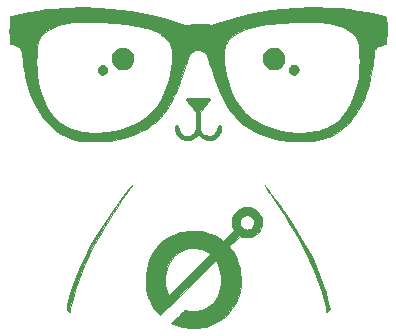
<source format=gbr>
%TF.GenerationSoftware,KiCad,Pcbnew,(5.1.7)-1*%
%TF.CreationDate,2020-09-28T14:59:46+02:00*%
%TF.ProjectId,oscar_pcb_svg2shenzen,6f736361-725f-4706-9362-5f7376673273,rev?*%
%TF.SameCoordinates,Original*%
%TF.FileFunction,Legend,Top*%
%TF.FilePolarity,Positive*%
%FSLAX46Y46*%
G04 Gerber Fmt 4.6, Leading zero omitted, Abs format (unit mm)*
G04 Created by KiCad (PCBNEW (5.1.7)-1) date 2020-09-28 14:59:46*
%MOMM*%
%LPD*%
G01*
G04 APERTURE LIST*
%ADD10C,0.010000*%
%ADD11C,0.150000*%
G04 APERTURE END LIST*
D10*
%TO.C,G\u002A\u002A\u002A*%
G36*
X50868374Y-51591628D02*
G01*
X51094317Y-51656868D01*
X51198116Y-51701541D01*
X51290947Y-51750859D01*
X51373721Y-51807647D01*
X51459409Y-51881653D01*
X51530250Y-51951129D01*
X51678104Y-52122574D01*
X51786372Y-52299319D01*
X51857781Y-52487976D01*
X51895058Y-52695156D01*
X51902305Y-52853166D01*
X51885258Y-53083222D01*
X51832869Y-53292275D01*
X51743262Y-53484824D01*
X51614562Y-53665369D01*
X51522106Y-53765518D01*
X51343189Y-53915956D01*
X51147557Y-54028305D01*
X50938330Y-54101876D01*
X50718626Y-54135980D01*
X50491565Y-54129926D01*
X50260265Y-54083028D01*
X50188512Y-54060199D01*
X50006250Y-53997190D01*
X49109176Y-54892872D01*
X49188864Y-54989561D01*
X49409079Y-55288691D01*
X49602545Y-55617990D01*
X49767497Y-55973453D01*
X49902173Y-56351077D01*
X50004807Y-56746857D01*
X50037870Y-56917166D01*
X50060021Y-57073417D01*
X50077681Y-57257699D01*
X50090458Y-57458644D01*
X50097959Y-57664885D01*
X50099792Y-57865054D01*
X50095564Y-58047784D01*
X50084884Y-58201709D01*
X50082848Y-58220342D01*
X50014611Y-58643683D01*
X49910027Y-59049932D01*
X49770011Y-59436949D01*
X49595479Y-59802594D01*
X49387345Y-60144727D01*
X49146525Y-60461210D01*
X49102842Y-60511806D01*
X48834975Y-60784727D01*
X48538076Y-61028290D01*
X48214969Y-61241014D01*
X47868479Y-61421422D01*
X47501429Y-61568034D01*
X47116644Y-61679372D01*
X46736000Y-61751298D01*
X46574072Y-61769703D01*
X46387456Y-61783494D01*
X46189580Y-61792252D01*
X45993868Y-61795556D01*
X45813748Y-61792985D01*
X45669017Y-61784694D01*
X45416337Y-61753044D01*
X45149389Y-61702854D01*
X44881540Y-61637468D01*
X44626155Y-61560230D01*
X44396597Y-61474484D01*
X44351394Y-61455034D01*
X44230827Y-61401714D01*
X44798348Y-60833902D01*
X44943572Y-60688697D01*
X45062026Y-60570745D01*
X45156843Y-60477336D01*
X45231156Y-60405757D01*
X45288098Y-60353298D01*
X45330803Y-60317246D01*
X45362402Y-60294890D01*
X45386029Y-60283518D01*
X45404817Y-60280419D01*
X45421899Y-60282881D01*
X45431809Y-60285655D01*
X45516998Y-60305814D01*
X45630575Y-60325706D01*
X45758624Y-60343522D01*
X45887229Y-60357454D01*
X46002471Y-60365692D01*
X46058666Y-60367148D01*
X46387802Y-60347155D01*
X46704441Y-60287074D01*
X47007434Y-60187167D01*
X47169916Y-60114318D01*
X47426435Y-59964905D01*
X47655862Y-59783805D01*
X47857395Y-59572516D01*
X48030234Y-59332531D01*
X48173576Y-59065346D01*
X48286619Y-58772455D01*
X48368563Y-58455355D01*
X48418604Y-58115540D01*
X48435943Y-57754504D01*
X48435945Y-57753250D01*
X48420896Y-57381968D01*
X48374115Y-57036943D01*
X48295038Y-56715784D01*
X48183100Y-56416101D01*
X48065242Y-56182680D01*
X47978491Y-56030278D01*
X45617968Y-58379586D01*
X43257445Y-60728893D01*
X43163883Y-60638071D01*
X42973830Y-60431342D01*
X42791762Y-60189997D01*
X42622212Y-59921617D01*
X42469713Y-59633778D01*
X42338798Y-59334059D01*
X42269633Y-59143116D01*
X42182446Y-58848082D01*
X42119322Y-58554986D01*
X42078550Y-58252544D01*
X42058417Y-57929471D01*
X42056603Y-57805852D01*
X43703456Y-57805852D01*
X43723624Y-58131474D01*
X43770912Y-58445745D01*
X43844123Y-58739639D01*
X43900593Y-58903996D01*
X43968746Y-59081075D01*
X45744683Y-57305912D01*
X47520620Y-55530750D01*
X47440518Y-55461887D01*
X47365134Y-55407062D01*
X47260550Y-55344494D01*
X47137762Y-55279727D01*
X47007762Y-55218305D01*
X46881546Y-55165771D01*
X46788916Y-55133317D01*
X46545660Y-55074928D01*
X46281131Y-55041853D01*
X46008194Y-55034372D01*
X45739716Y-55052763D01*
X45488562Y-55097307D01*
X45460129Y-55104441D01*
X45172977Y-55200011D01*
X44907251Y-55331017D01*
X44664303Y-55495628D01*
X44445482Y-55692010D01*
X44252139Y-55918329D01*
X44085625Y-56172755D01*
X43947289Y-56453453D01*
X43838481Y-56758590D01*
X43760552Y-57086334D01*
X43714853Y-57434852D01*
X43711604Y-57477904D01*
X43703456Y-57805852D01*
X42056603Y-57805852D01*
X42055520Y-57732083D01*
X42073353Y-57285717D01*
X42126913Y-56861077D01*
X42216710Y-56456395D01*
X42343255Y-56069903D01*
X42507059Y-55699833D01*
X42708633Y-55344415D01*
X42774729Y-55243086D01*
X43011419Y-54927846D01*
X43276445Y-54643593D01*
X43568474Y-54391119D01*
X43886169Y-54171215D01*
X44228198Y-53984674D01*
X44593226Y-53832288D01*
X44979918Y-53714847D01*
X45386940Y-53633144D01*
X45518623Y-53615001D01*
X45654450Y-53602896D01*
X45819972Y-53595369D01*
X46003550Y-53592314D01*
X46193547Y-53593629D01*
X46378325Y-53599211D01*
X46546245Y-53608955D01*
X46685670Y-53622759D01*
X46706068Y-53625554D01*
X47087912Y-53697814D01*
X47456654Y-53801566D01*
X47806759Y-53934683D01*
X48132688Y-54095040D01*
X48428905Y-54280510D01*
X48448823Y-54294694D01*
X48627064Y-54422727D01*
X49516063Y-53533728D01*
X49460170Y-53409183D01*
X49382868Y-53187356D01*
X49345071Y-52958524D01*
X49345722Y-52854276D01*
X50016833Y-52854276D01*
X50022910Y-52941814D01*
X50038369Y-53029078D01*
X50048998Y-53066010D01*
X50117613Y-53200510D01*
X50216307Y-53310965D01*
X50338318Y-53394176D01*
X50476880Y-53446946D01*
X50625231Y-53466080D01*
X50776608Y-53448378D01*
X50826805Y-53433660D01*
X50936053Y-53378608D01*
X51042121Y-53293702D01*
X51132322Y-53190338D01*
X51175556Y-53120360D01*
X51207267Y-53049933D01*
X51224493Y-52982104D01*
X51231084Y-52898512D01*
X51231609Y-52853166D01*
X51228404Y-52757154D01*
X51216222Y-52684800D01*
X51191209Y-52617740D01*
X51175556Y-52585972D01*
X51085329Y-52452763D01*
X50971425Y-52350032D01*
X50839896Y-52279870D01*
X50696797Y-52244365D01*
X50548180Y-52245606D01*
X50400099Y-52285682D01*
X50359291Y-52304279D01*
X50220509Y-52394246D01*
X50117082Y-52507307D01*
X50049648Y-52642434D01*
X50018848Y-52798601D01*
X50016833Y-52854276D01*
X49345722Y-52854276D01*
X49346510Y-52728260D01*
X49386914Y-52502137D01*
X49466014Y-52285730D01*
X49519422Y-52183885D01*
X49584824Y-52090891D01*
X49675071Y-51988049D01*
X49778451Y-51886855D01*
X49883251Y-51798806D01*
X49974500Y-51737217D01*
X50188515Y-51640070D01*
X50411489Y-51583345D01*
X50639437Y-51567159D01*
X50868374Y-51591628D01*
G37*
X50868374Y-51591628D02*
X51094317Y-51656868D01*
X51198116Y-51701541D01*
X51290947Y-51750859D01*
X51373721Y-51807647D01*
X51459409Y-51881653D01*
X51530250Y-51951129D01*
X51678104Y-52122574D01*
X51786372Y-52299319D01*
X51857781Y-52487976D01*
X51895058Y-52695156D01*
X51902305Y-52853166D01*
X51885258Y-53083222D01*
X51832869Y-53292275D01*
X51743262Y-53484824D01*
X51614562Y-53665369D01*
X51522106Y-53765518D01*
X51343189Y-53915956D01*
X51147557Y-54028305D01*
X50938330Y-54101876D01*
X50718626Y-54135980D01*
X50491565Y-54129926D01*
X50260265Y-54083028D01*
X50188512Y-54060199D01*
X50006250Y-53997190D01*
X49109176Y-54892872D01*
X49188864Y-54989561D01*
X49409079Y-55288691D01*
X49602545Y-55617990D01*
X49767497Y-55973453D01*
X49902173Y-56351077D01*
X50004807Y-56746857D01*
X50037870Y-56917166D01*
X50060021Y-57073417D01*
X50077681Y-57257699D01*
X50090458Y-57458644D01*
X50097959Y-57664885D01*
X50099792Y-57865054D01*
X50095564Y-58047784D01*
X50084884Y-58201709D01*
X50082848Y-58220342D01*
X50014611Y-58643683D01*
X49910027Y-59049932D01*
X49770011Y-59436949D01*
X49595479Y-59802594D01*
X49387345Y-60144727D01*
X49146525Y-60461210D01*
X49102842Y-60511806D01*
X48834975Y-60784727D01*
X48538076Y-61028290D01*
X48214969Y-61241014D01*
X47868479Y-61421422D01*
X47501429Y-61568034D01*
X47116644Y-61679372D01*
X46736000Y-61751298D01*
X46574072Y-61769703D01*
X46387456Y-61783494D01*
X46189580Y-61792252D01*
X45993868Y-61795556D01*
X45813748Y-61792985D01*
X45669017Y-61784694D01*
X45416337Y-61753044D01*
X45149389Y-61702854D01*
X44881540Y-61637468D01*
X44626155Y-61560230D01*
X44396597Y-61474484D01*
X44351394Y-61455034D01*
X44230827Y-61401714D01*
X44798348Y-60833902D01*
X44943572Y-60688697D01*
X45062026Y-60570745D01*
X45156843Y-60477336D01*
X45231156Y-60405757D01*
X45288098Y-60353298D01*
X45330803Y-60317246D01*
X45362402Y-60294890D01*
X45386029Y-60283518D01*
X45404817Y-60280419D01*
X45421899Y-60282881D01*
X45431809Y-60285655D01*
X45516998Y-60305814D01*
X45630575Y-60325706D01*
X45758624Y-60343522D01*
X45887229Y-60357454D01*
X46002471Y-60365692D01*
X46058666Y-60367148D01*
X46387802Y-60347155D01*
X46704441Y-60287074D01*
X47007434Y-60187167D01*
X47169916Y-60114318D01*
X47426435Y-59964905D01*
X47655862Y-59783805D01*
X47857395Y-59572516D01*
X48030234Y-59332531D01*
X48173576Y-59065346D01*
X48286619Y-58772455D01*
X48368563Y-58455355D01*
X48418604Y-58115540D01*
X48435943Y-57754504D01*
X48435945Y-57753250D01*
X48420896Y-57381968D01*
X48374115Y-57036943D01*
X48295038Y-56715784D01*
X48183100Y-56416101D01*
X48065242Y-56182680D01*
X47978491Y-56030278D01*
X45617968Y-58379586D01*
X43257445Y-60728893D01*
X43163883Y-60638071D01*
X42973830Y-60431342D01*
X42791762Y-60189997D01*
X42622212Y-59921617D01*
X42469713Y-59633778D01*
X42338798Y-59334059D01*
X42269633Y-59143116D01*
X42182446Y-58848082D01*
X42119322Y-58554986D01*
X42078550Y-58252544D01*
X42058417Y-57929471D01*
X42056603Y-57805852D01*
X43703456Y-57805852D01*
X43723624Y-58131474D01*
X43770912Y-58445745D01*
X43844123Y-58739639D01*
X43900593Y-58903996D01*
X43968746Y-59081075D01*
X45744683Y-57305912D01*
X47520620Y-55530750D01*
X47440518Y-55461887D01*
X47365134Y-55407062D01*
X47260550Y-55344494D01*
X47137762Y-55279727D01*
X47007762Y-55218305D01*
X46881546Y-55165771D01*
X46788916Y-55133317D01*
X46545660Y-55074928D01*
X46281131Y-55041853D01*
X46008194Y-55034372D01*
X45739716Y-55052763D01*
X45488562Y-55097307D01*
X45460129Y-55104441D01*
X45172977Y-55200011D01*
X44907251Y-55331017D01*
X44664303Y-55495628D01*
X44445482Y-55692010D01*
X44252139Y-55918329D01*
X44085625Y-56172755D01*
X43947289Y-56453453D01*
X43838481Y-56758590D01*
X43760552Y-57086334D01*
X43714853Y-57434852D01*
X43711604Y-57477904D01*
X43703456Y-57805852D01*
X42056603Y-57805852D01*
X42055520Y-57732083D01*
X42073353Y-57285717D01*
X42126913Y-56861077D01*
X42216710Y-56456395D01*
X42343255Y-56069903D01*
X42507059Y-55699833D01*
X42708633Y-55344415D01*
X42774729Y-55243086D01*
X43011419Y-54927846D01*
X43276445Y-54643593D01*
X43568474Y-54391119D01*
X43886169Y-54171215D01*
X44228198Y-53984674D01*
X44593226Y-53832288D01*
X44979918Y-53714847D01*
X45386940Y-53633144D01*
X45518623Y-53615001D01*
X45654450Y-53602896D01*
X45819972Y-53595369D01*
X46003550Y-53592314D01*
X46193547Y-53593629D01*
X46378325Y-53599211D01*
X46546245Y-53608955D01*
X46685670Y-53622759D01*
X46706068Y-53625554D01*
X47087912Y-53697814D01*
X47456654Y-53801566D01*
X47806759Y-53934683D01*
X48132688Y-54095040D01*
X48428905Y-54280510D01*
X48448823Y-54294694D01*
X48627064Y-54422727D01*
X49516063Y-53533728D01*
X49460170Y-53409183D01*
X49382868Y-53187356D01*
X49345071Y-52958524D01*
X49345722Y-52854276D01*
X50016833Y-52854276D01*
X50022910Y-52941814D01*
X50038369Y-53029078D01*
X50048998Y-53066010D01*
X50117613Y-53200510D01*
X50216307Y-53310965D01*
X50338318Y-53394176D01*
X50476880Y-53446946D01*
X50625231Y-53466080D01*
X50776608Y-53448378D01*
X50826805Y-53433660D01*
X50936053Y-53378608D01*
X51042121Y-53293702D01*
X51132322Y-53190338D01*
X51175556Y-53120360D01*
X51207267Y-53049933D01*
X51224493Y-52982104D01*
X51231084Y-52898512D01*
X51231609Y-52853166D01*
X51228404Y-52757154D01*
X51216222Y-52684800D01*
X51191209Y-52617740D01*
X51175556Y-52585972D01*
X51085329Y-52452763D01*
X50971425Y-52350032D01*
X50839896Y-52279870D01*
X50696797Y-52244365D01*
X50548180Y-52245606D01*
X50400099Y-52285682D01*
X50359291Y-52304279D01*
X50220509Y-52394246D01*
X50117082Y-52507307D01*
X50049648Y-52642434D01*
X50018848Y-52798601D01*
X50016833Y-52854276D01*
X49345722Y-52854276D01*
X49346510Y-52728260D01*
X49386914Y-52502137D01*
X49466014Y-52285730D01*
X49519422Y-52183885D01*
X49584824Y-52090891D01*
X49675071Y-51988049D01*
X49778451Y-51886855D01*
X49883251Y-51798806D01*
X49974500Y-51737217D01*
X50188515Y-51640070D01*
X50411489Y-51583345D01*
X50639437Y-51567159D01*
X50868374Y-51591628D01*
G36*
X40868276Y-49720905D02*
G01*
X40869187Y-49724722D01*
X40863992Y-49735853D01*
X40850056Y-49758199D01*
X40824746Y-49795663D01*
X40785425Y-49852147D01*
X40729461Y-49931553D01*
X40654217Y-50037782D01*
X40559669Y-50171057D01*
X40312108Y-50524395D01*
X40053078Y-50902319D01*
X39787538Y-51297222D01*
X39520444Y-51701498D01*
X39256753Y-52107540D01*
X39001421Y-52507741D01*
X38759406Y-52894496D01*
X38535664Y-53260197D01*
X38411833Y-53467054D01*
X38000382Y-54182651D01*
X37617236Y-54893625D01*
X37263223Y-55597957D01*
X36939170Y-56293628D01*
X36645903Y-56978618D01*
X36384250Y-57650908D01*
X36155039Y-58308477D01*
X35959095Y-58949307D01*
X35797247Y-59571378D01*
X35674469Y-60150375D01*
X35652879Y-60261043D01*
X35632774Y-60355357D01*
X35615803Y-60426226D01*
X35603614Y-60466558D01*
X35599425Y-60473166D01*
X35579673Y-60458315D01*
X35539841Y-60418754D01*
X35487330Y-60361977D01*
X35467723Y-60339875D01*
X35350699Y-60206584D01*
X35423480Y-59847750D01*
X35571165Y-59208358D01*
X35758056Y-58553144D01*
X35984158Y-57882102D01*
X36249473Y-57195227D01*
X36554004Y-56492513D01*
X36897754Y-55773954D01*
X37280725Y-55039546D01*
X37702920Y-54289284D01*
X38164342Y-53523161D01*
X38664994Y-52741172D01*
X39204878Y-51943312D01*
X39783998Y-51129576D01*
X40192261Y-50577750D01*
X40339171Y-50382822D01*
X40471151Y-50209178D01*
X40586686Y-50058750D01*
X40684263Y-49933471D01*
X40762368Y-49835272D01*
X40819487Y-49766087D01*
X40854106Y-49727847D01*
X40863894Y-49720500D01*
X40868276Y-49720905D01*
G37*
X40868276Y-49720905D02*
X40869187Y-49724722D01*
X40863992Y-49735853D01*
X40850056Y-49758199D01*
X40824746Y-49795663D01*
X40785425Y-49852147D01*
X40729461Y-49931553D01*
X40654217Y-50037782D01*
X40559669Y-50171057D01*
X40312108Y-50524395D01*
X40053078Y-50902319D01*
X39787538Y-51297222D01*
X39520444Y-51701498D01*
X39256753Y-52107540D01*
X39001421Y-52507741D01*
X38759406Y-52894496D01*
X38535664Y-53260197D01*
X38411833Y-53467054D01*
X38000382Y-54182651D01*
X37617236Y-54893625D01*
X37263223Y-55597957D01*
X36939170Y-56293628D01*
X36645903Y-56978618D01*
X36384250Y-57650908D01*
X36155039Y-58308477D01*
X35959095Y-58949307D01*
X35797247Y-59571378D01*
X35674469Y-60150375D01*
X35652879Y-60261043D01*
X35632774Y-60355357D01*
X35615803Y-60426226D01*
X35603614Y-60466558D01*
X35599425Y-60473166D01*
X35579673Y-60458315D01*
X35539841Y-60418754D01*
X35487330Y-60361977D01*
X35467723Y-60339875D01*
X35350699Y-60206584D01*
X35423480Y-59847750D01*
X35571165Y-59208358D01*
X35758056Y-58553144D01*
X35984158Y-57882102D01*
X36249473Y-57195227D01*
X36554004Y-56492513D01*
X36897754Y-55773954D01*
X37280725Y-55039546D01*
X37702920Y-54289284D01*
X38164342Y-53523161D01*
X38664994Y-52741172D01*
X39204878Y-51943312D01*
X39783998Y-51129576D01*
X40192261Y-50577750D01*
X40339171Y-50382822D01*
X40471151Y-50209178D01*
X40586686Y-50058750D01*
X40684263Y-49933471D01*
X40762368Y-49835272D01*
X40819487Y-49766087D01*
X40854106Y-49727847D01*
X40863894Y-49720500D01*
X40868276Y-49720905D01*
G36*
X52132406Y-49743168D02*
G01*
X52170817Y-49786955D01*
X52229284Y-49858710D01*
X52305435Y-49955264D01*
X52396899Y-50073446D01*
X52501304Y-50210087D01*
X52616278Y-50362017D01*
X52739449Y-50526067D01*
X52868444Y-50699065D01*
X53000893Y-50877842D01*
X53134424Y-51059228D01*
X53266663Y-51240054D01*
X53395241Y-51417149D01*
X53517784Y-51587343D01*
X53631921Y-51747467D01*
X53732300Y-51890083D01*
X54235003Y-52628217D01*
X54706111Y-53357709D01*
X55145125Y-54077507D01*
X55551551Y-54786564D01*
X55924890Y-55483829D01*
X56264645Y-56168254D01*
X56570320Y-56838788D01*
X56841418Y-57494382D01*
X57077441Y-58133987D01*
X57277893Y-58756554D01*
X57442276Y-59361032D01*
X57570095Y-59946372D01*
X57584875Y-60025808D01*
X57620959Y-60224034D01*
X57492654Y-60352338D01*
X57430691Y-60413458D01*
X57391961Y-60447763D01*
X57370133Y-60458737D01*
X57358877Y-60449865D01*
X57352882Y-60429280D01*
X57344879Y-60391263D01*
X57330359Y-60320251D01*
X57311052Y-60224773D01*
X57288684Y-60113356D01*
X57275996Y-60049833D01*
X57133576Y-59413019D01*
X56957768Y-58764322D01*
X56748184Y-58102848D01*
X56504434Y-57427706D01*
X56226132Y-56738004D01*
X55912888Y-56032848D01*
X55564314Y-55311347D01*
X55180022Y-54572608D01*
X54759624Y-53815738D01*
X54302732Y-53039847D01*
X54038901Y-52609750D01*
X53935098Y-52444981D01*
X53810960Y-52251558D01*
X53670474Y-52035472D01*
X53517629Y-51802716D01*
X53356414Y-51559281D01*
X53190818Y-51311161D01*
X53024828Y-51064347D01*
X52862433Y-50824831D01*
X52707623Y-50598607D01*
X52564386Y-50391665D01*
X52524260Y-50334229D01*
X52426633Y-50194226D01*
X52337639Y-50065446D01*
X52259995Y-49951914D01*
X52196421Y-49857656D01*
X52149637Y-49786696D01*
X52122362Y-49743060D01*
X52116423Y-49730520D01*
X52132406Y-49743168D01*
G37*
X52132406Y-49743168D02*
X52170817Y-49786955D01*
X52229284Y-49858710D01*
X52305435Y-49955264D01*
X52396899Y-50073446D01*
X52501304Y-50210087D01*
X52616278Y-50362017D01*
X52739449Y-50526067D01*
X52868444Y-50699065D01*
X53000893Y-50877842D01*
X53134424Y-51059228D01*
X53266663Y-51240054D01*
X53395241Y-51417149D01*
X53517784Y-51587343D01*
X53631921Y-51747467D01*
X53732300Y-51890083D01*
X54235003Y-52628217D01*
X54706111Y-53357709D01*
X55145125Y-54077507D01*
X55551551Y-54786564D01*
X55924890Y-55483829D01*
X56264645Y-56168254D01*
X56570320Y-56838788D01*
X56841418Y-57494382D01*
X57077441Y-58133987D01*
X57277893Y-58756554D01*
X57442276Y-59361032D01*
X57570095Y-59946372D01*
X57584875Y-60025808D01*
X57620959Y-60224034D01*
X57492654Y-60352338D01*
X57430691Y-60413458D01*
X57391961Y-60447763D01*
X57370133Y-60458737D01*
X57358877Y-60449865D01*
X57352882Y-60429280D01*
X57344879Y-60391263D01*
X57330359Y-60320251D01*
X57311052Y-60224773D01*
X57288684Y-60113356D01*
X57275996Y-60049833D01*
X57133576Y-59413019D01*
X56957768Y-58764322D01*
X56748184Y-58102848D01*
X56504434Y-57427706D01*
X56226132Y-56738004D01*
X55912888Y-56032848D01*
X55564314Y-55311347D01*
X55180022Y-54572608D01*
X54759624Y-53815738D01*
X54302732Y-53039847D01*
X54038901Y-52609750D01*
X53935098Y-52444981D01*
X53810960Y-52251558D01*
X53670474Y-52035472D01*
X53517629Y-51802716D01*
X53356414Y-51559281D01*
X53190818Y-51311161D01*
X53024828Y-51064347D01*
X52862433Y-50824831D01*
X52707623Y-50598607D01*
X52564386Y-50391665D01*
X52524260Y-50334229D01*
X52426633Y-50194226D01*
X52337639Y-50065446D01*
X52259995Y-49951914D01*
X52196421Y-49857656D01*
X52149637Y-49786696D01*
X52122362Y-49743060D01*
X52116423Y-49730520D01*
X52132406Y-49743168D01*
G36*
X37025773Y-34662209D02*
G01*
X37292949Y-34664171D01*
X37544022Y-34667665D01*
X37772621Y-34672712D01*
X37972375Y-34679334D01*
X38136913Y-34687553D01*
X38152916Y-34688576D01*
X39069068Y-34761494D01*
X39954807Y-34858282D01*
X40815345Y-34979943D01*
X41655893Y-35127480D01*
X42481664Y-35301896D01*
X43297870Y-35504193D01*
X44109723Y-35735374D01*
X44883916Y-35983411D01*
X45391916Y-36154836D01*
X45720000Y-36106528D01*
X46021812Y-36073108D01*
X46344876Y-36057069D01*
X46673563Y-36058419D01*
X46992241Y-36077162D01*
X47237553Y-36105876D01*
X47559190Y-36153649D01*
X48094803Y-35974378D01*
X48995523Y-35690888D01*
X49899710Y-35442605D01*
X50811600Y-35228720D01*
X51735425Y-35048422D01*
X52675420Y-34900898D01*
X53635820Y-34785340D01*
X54620858Y-34700936D01*
X54811083Y-34688359D01*
X54956110Y-34681073D01*
X55137075Y-34674974D01*
X55347602Y-34670063D01*
X55581313Y-34666340D01*
X55831829Y-34663804D01*
X56092773Y-34662456D01*
X56357768Y-34662295D01*
X56620435Y-34663323D01*
X56874398Y-34665537D01*
X57113277Y-34668940D01*
X57330696Y-34673530D01*
X57520277Y-34679308D01*
X57675641Y-34686273D01*
X57710916Y-34688359D01*
X58519236Y-34749676D01*
X59296166Y-34829593D01*
X60039475Y-34927843D01*
X60746934Y-35044160D01*
X60854166Y-35063963D01*
X61060890Y-35104002D01*
X61267936Y-35146469D01*
X61470879Y-35190270D01*
X61665294Y-35234310D01*
X61846758Y-35277494D01*
X62010844Y-35318726D01*
X62153128Y-35356912D01*
X62269186Y-35390957D01*
X62354593Y-35419765D01*
X62404924Y-35442241D01*
X62415208Y-35450311D01*
X62421900Y-35479491D01*
X62427716Y-35545945D01*
X62432663Y-35644824D01*
X62436748Y-35771278D01*
X62439979Y-35920458D01*
X62442363Y-36087515D01*
X62443906Y-36267599D01*
X62444616Y-36455861D01*
X62444501Y-36647452D01*
X62443568Y-36837523D01*
X62441823Y-37021224D01*
X62439274Y-37193706D01*
X62435929Y-37350119D01*
X62431794Y-37485614D01*
X62426877Y-37595343D01*
X62421184Y-37674455D01*
X62414724Y-37718102D01*
X62411821Y-37724654D01*
X62376858Y-37742842D01*
X62313383Y-37762250D01*
X62234883Y-37778786D01*
X62231816Y-37779298D01*
X62048874Y-37821920D01*
X61875107Y-37885897D01*
X61719149Y-37966885D01*
X61589637Y-38060537D01*
X61510200Y-38142500D01*
X61458070Y-38213286D01*
X61418552Y-38281639D01*
X61389520Y-38355586D01*
X61368844Y-38443157D01*
X61354395Y-38552378D01*
X61344046Y-38691279D01*
X61339122Y-38787779D01*
X61316224Y-39107594D01*
X61275449Y-39453971D01*
X61216414Y-39829124D01*
X61138733Y-40235268D01*
X61042024Y-40674617D01*
X60937025Y-41105666D01*
X60833626Y-41491111D01*
X60727026Y-41841838D01*
X60614330Y-42165463D01*
X60492640Y-42469600D01*
X60359058Y-42761865D01*
X60210687Y-43049872D01*
X60167346Y-43128553D01*
X59969279Y-43465650D01*
X59768427Y-43770187D01*
X59557747Y-44051725D01*
X59330194Y-44319822D01*
X59141388Y-44520719D01*
X58871308Y-44781829D01*
X58604375Y-45008125D01*
X58332465Y-45205599D01*
X58047455Y-45380242D01*
X57801083Y-45509243D01*
X57507885Y-45641057D01*
X57212980Y-45749442D01*
X56907056Y-45837010D01*
X56580800Y-45906368D01*
X56224898Y-45960124D01*
X56165750Y-45967314D01*
X56013136Y-45981407D01*
X55826667Y-45992341D01*
X55614702Y-46000117D01*
X55385602Y-46004735D01*
X55147726Y-46006196D01*
X54909434Y-46004500D01*
X54679086Y-45999648D01*
X54465042Y-45991640D01*
X54275662Y-45980478D01*
X54128315Y-45967188D01*
X53538734Y-45885175D01*
X52980207Y-45774881D01*
X52452033Y-45636021D01*
X51953513Y-45468312D01*
X51483946Y-45271469D01*
X51042633Y-45045207D01*
X50628874Y-44789244D01*
X50241968Y-44503294D01*
X49987521Y-44285845D01*
X49737068Y-44042006D01*
X49499085Y-43774851D01*
X49271575Y-43481373D01*
X49052541Y-43158567D01*
X48839984Y-42803424D01*
X48631907Y-42412938D01*
X48426312Y-41984104D01*
X48359669Y-41835916D01*
X48270801Y-41631866D01*
X48185638Y-41428641D01*
X48102121Y-41220724D01*
X48018191Y-41002594D01*
X47931790Y-40768733D01*
X47840860Y-40513622D01*
X47743343Y-40231741D01*
X47637179Y-39917573D01*
X47578140Y-39740416D01*
X47514321Y-39549472D01*
X47452280Y-39366355D01*
X47393743Y-39195983D01*
X47340436Y-39043272D01*
X47294085Y-38913139D01*
X47256414Y-38810502D01*
X47255864Y-38809083D01*
X48674096Y-38809083D01*
X48694326Y-39332576D01*
X48752414Y-39855500D01*
X48849014Y-40381757D01*
X48984780Y-40915252D01*
X49077678Y-41217146D01*
X49253820Y-41704330D01*
X49452843Y-42155988D01*
X49674859Y-42572278D01*
X49919979Y-42953362D01*
X50188315Y-43299401D01*
X50479976Y-43610553D01*
X50795076Y-43886981D01*
X51064583Y-44083549D01*
X51522976Y-44365016D01*
X52002939Y-44610375D01*
X52502728Y-44818856D01*
X53020598Y-44989686D01*
X53255333Y-45053127D01*
X53461798Y-45102504D01*
X53662696Y-45144389D01*
X53868135Y-45180437D01*
X54088220Y-45212301D01*
X54333059Y-45241636D01*
X54535916Y-45262667D01*
X54615006Y-45267250D01*
X54728461Y-45269484D01*
X54868390Y-45269583D01*
X55026901Y-45267758D01*
X55196105Y-45264221D01*
X55368110Y-45259186D01*
X55535025Y-45252865D01*
X55688960Y-45245469D01*
X55822023Y-45237211D01*
X55926323Y-45228304D01*
X55960319Y-45224333D01*
X56370135Y-45160529D01*
X56743924Y-45080984D01*
X57085628Y-44983911D01*
X57399187Y-44867522D01*
X57688541Y-44730031D01*
X57957632Y-44569651D01*
X58210400Y-44384595D01*
X58450785Y-44173076D01*
X58592553Y-44030786D01*
X58874699Y-43703885D01*
X59129669Y-43344975D01*
X59357214Y-42954717D01*
X59557081Y-42533771D01*
X59729021Y-42082796D01*
X59872784Y-41602451D01*
X59988118Y-41093395D01*
X60074773Y-40556290D01*
X60132499Y-39991793D01*
X60133868Y-39973250D01*
X60145283Y-39774134D01*
X60152277Y-39556013D01*
X60155089Y-39324357D01*
X60153959Y-39084639D01*
X60149126Y-38842327D01*
X60140828Y-38602895D01*
X60129305Y-38371812D01*
X60114795Y-38154550D01*
X60097538Y-37956579D01*
X60077773Y-37783371D01*
X60055738Y-37640396D01*
X60031674Y-37533126D01*
X60026510Y-37516038D01*
X59947099Y-37332400D01*
X59828938Y-37150163D01*
X59675584Y-36972175D01*
X59490595Y-36801283D01*
X59277530Y-36640335D01*
X59039946Y-36492177D01*
X58781401Y-36359656D01*
X58505455Y-36245621D01*
X58387959Y-36204820D01*
X58131998Y-36127287D01*
X57868788Y-36061000D01*
X57594570Y-36005619D01*
X57305588Y-35960801D01*
X56998082Y-35926208D01*
X56668294Y-35901496D01*
X56312467Y-35886326D01*
X55926842Y-35880357D01*
X55507661Y-35883247D01*
X55051166Y-35894656D01*
X54991000Y-35896675D01*
X54381435Y-35921907D01*
X53811884Y-35954414D01*
X53280609Y-35994488D01*
X52785870Y-36042423D01*
X52325927Y-36098512D01*
X51899042Y-36163049D01*
X51503474Y-36236328D01*
X51137485Y-36318642D01*
X50799335Y-36410285D01*
X50487285Y-36511550D01*
X50199595Y-36622731D01*
X49934527Y-36744121D01*
X49916535Y-36753128D01*
X49665477Y-36895901D01*
X49434904Y-37059657D01*
X49229044Y-37240195D01*
X49052126Y-37433311D01*
X48908377Y-37634802D01*
X48802024Y-37840466D01*
X48788264Y-37874768D01*
X48751901Y-37977669D01*
X48723721Y-38079155D01*
X48702827Y-38186574D01*
X48688320Y-38307276D01*
X48679301Y-38448612D01*
X48674874Y-38617929D01*
X48674096Y-38809083D01*
X47255864Y-38809083D01*
X47229150Y-38740277D01*
X47218621Y-38715991D01*
X47122410Y-38561756D01*
X46994657Y-38432993D01*
X46839933Y-38333084D01*
X46662808Y-38265410D01*
X46586086Y-38248008D01*
X46426779Y-38239251D01*
X46266438Y-38268356D01*
X46111683Y-38331549D01*
X45969135Y-38425057D01*
X45845415Y-38545106D01*
X45747145Y-38687923D01*
X45720576Y-38741286D01*
X45698568Y-38795624D01*
X45665963Y-38883727D01*
X45625051Y-38999034D01*
X45578120Y-39134985D01*
X45527461Y-39285020D01*
X45475361Y-39442579D01*
X45467957Y-39465250D01*
X45301389Y-39967145D01*
X45141455Y-40430225D01*
X44986956Y-40857278D01*
X44836690Y-41251089D01*
X44689456Y-41614445D01*
X44544054Y-41950133D01*
X44399283Y-42260941D01*
X44253943Y-42549654D01*
X44106832Y-42819061D01*
X43956750Y-43071946D01*
X43826257Y-43275526D01*
X43544028Y-43664082D01*
X43232862Y-44022876D01*
X42892536Y-44352026D01*
X42522828Y-44651650D01*
X42123515Y-44921866D01*
X41694374Y-45162793D01*
X41235182Y-45374549D01*
X40745716Y-45557253D01*
X40225754Y-45711022D01*
X39675073Y-45835976D01*
X39093450Y-45932233D01*
X38745583Y-45974561D01*
X38672566Y-45980305D01*
X38566566Y-45985894D01*
X38434588Y-45991190D01*
X38283639Y-45996056D01*
X38120725Y-46000354D01*
X37952852Y-46003947D01*
X37787025Y-46006697D01*
X37630252Y-46008467D01*
X37489537Y-46009119D01*
X37371888Y-46008517D01*
X37284310Y-46006522D01*
X37242750Y-46004046D01*
X37188405Y-45998972D01*
X37103640Y-45991253D01*
X37000205Y-45981952D01*
X36893500Y-45972454D01*
X36519509Y-45929091D01*
X36174820Y-45866932D01*
X35849791Y-45783783D01*
X35534783Y-45677452D01*
X35448003Y-45643604D01*
X35062430Y-45466314D01*
X34691101Y-45250147D01*
X34335301Y-44996528D01*
X33996315Y-44706880D01*
X33675426Y-44382627D01*
X33373919Y-44025194D01*
X33093078Y-43636004D01*
X32834189Y-43216482D01*
X32598534Y-42768052D01*
X32387399Y-42292137D01*
X32357312Y-42216916D01*
X32271867Y-41984420D01*
X32186430Y-41722131D01*
X32102240Y-41435975D01*
X32020542Y-41131875D01*
X31942578Y-40815759D01*
X31869589Y-40493550D01*
X31802819Y-40171174D01*
X31743510Y-39854556D01*
X31692904Y-39549621D01*
X31652243Y-39262294D01*
X31638253Y-39137072D01*
X32803136Y-39137072D01*
X32805519Y-39464066D01*
X32814946Y-39782326D01*
X32831514Y-40083422D01*
X32855320Y-40358926D01*
X32861825Y-40417750D01*
X32937706Y-40941039D01*
X33041039Y-41439814D01*
X33171147Y-41912902D01*
X33327354Y-42359131D01*
X33508983Y-42777328D01*
X33715357Y-43166323D01*
X33945801Y-43524942D01*
X34199636Y-43852014D01*
X34476187Y-44146366D01*
X34774777Y-44406826D01*
X35094729Y-44632223D01*
X35391262Y-44799550D01*
X35589196Y-44887142D01*
X35823182Y-44969818D01*
X36087083Y-45046134D01*
X36374762Y-45114645D01*
X36680081Y-45173908D01*
X36996901Y-45222479D01*
X37319086Y-45258913D01*
X37359166Y-45262519D01*
X37458685Y-45267906D01*
X37592051Y-45270300D01*
X37750904Y-45269964D01*
X37926881Y-45267163D01*
X38111624Y-45262160D01*
X38296770Y-45255219D01*
X38473959Y-45246604D01*
X38634831Y-45236579D01*
X38771024Y-45225408D01*
X38862000Y-45215090D01*
X39367210Y-45130002D01*
X39846693Y-45016383D01*
X40307931Y-44871956D01*
X40758405Y-44694445D01*
X41105199Y-44532509D01*
X41448435Y-44352589D01*
X41754393Y-44172709D01*
X42027961Y-43989178D01*
X42274031Y-43798307D01*
X42497492Y-43596405D01*
X42703234Y-43379784D01*
X42826017Y-43234016D01*
X43078012Y-42891412D01*
X43310536Y-42515116D01*
X43522057Y-42109783D01*
X43711042Y-41680065D01*
X43875961Y-41230615D01*
X44015280Y-40766087D01*
X44127469Y-40291134D01*
X44210994Y-39810409D01*
X44264325Y-39328566D01*
X44285929Y-38850258D01*
X44286301Y-38798500D01*
X44284093Y-38569013D01*
X44274812Y-38374294D01*
X44256990Y-38207151D01*
X44229157Y-38060391D01*
X44189842Y-37926821D01*
X44137575Y-37799248D01*
X44070888Y-37670480D01*
X44047514Y-37629971D01*
X43975310Y-37524838D01*
X43876278Y-37405154D01*
X43759004Y-37279559D01*
X43632072Y-37156697D01*
X43504069Y-37045210D01*
X43383580Y-36953740D01*
X43359916Y-36937805D01*
X43097097Y-36782597D01*
X42801990Y-36640888D01*
X42473322Y-36512302D01*
X42109816Y-36396463D01*
X41710196Y-36292994D01*
X41273188Y-36201519D01*
X40797514Y-36121661D01*
X40417750Y-36069558D01*
X40108412Y-36033968D01*
X39777019Y-36001720D01*
X39428528Y-35972968D01*
X39067895Y-35947866D01*
X38700075Y-35926567D01*
X38330025Y-35909225D01*
X37962702Y-35895992D01*
X37603061Y-35887023D01*
X37256058Y-35882471D01*
X36926650Y-35882489D01*
X36619793Y-35887231D01*
X36340444Y-35896851D01*
X36093557Y-35911501D01*
X35898666Y-35929633D01*
X35438458Y-35995071D01*
X35013390Y-36081678D01*
X34623744Y-36189336D01*
X34269800Y-36317929D01*
X33951840Y-36467338D01*
X33670146Y-36637446D01*
X33424999Y-36828136D01*
X33216682Y-37039291D01*
X33205893Y-37051977D01*
X33106679Y-37184567D01*
X33019457Y-37329807D01*
X32950128Y-37476100D01*
X32904592Y-37611848D01*
X32893484Y-37666083D01*
X32862102Y-37910321D01*
X32837280Y-38187967D01*
X32819113Y-38490594D01*
X32807700Y-38809771D01*
X32803136Y-39137072D01*
X31638253Y-39137072D01*
X31622771Y-38998501D01*
X31605728Y-38764166D01*
X31601851Y-38614085D01*
X31582307Y-38437661D01*
X31524770Y-38277837D01*
X31430812Y-38136164D01*
X31302006Y-38014194D01*
X31139927Y-37913477D01*
X30946148Y-37835564D01*
X30765750Y-37789986D01*
X30678492Y-37771424D01*
X30605831Y-37753220D01*
X30558782Y-37738255D01*
X30548791Y-37733265D01*
X30542453Y-37707953D01*
X30536898Y-37645097D01*
X30532121Y-37549483D01*
X30528120Y-37425891D01*
X30524894Y-37279107D01*
X30522439Y-37113914D01*
X30520753Y-36935094D01*
X30519833Y-36747430D01*
X30519677Y-36555707D01*
X30520281Y-36364707D01*
X30521645Y-36179214D01*
X30523764Y-36004011D01*
X30526636Y-35843881D01*
X30530259Y-35703608D01*
X30534631Y-35587974D01*
X30539748Y-35501763D01*
X30545607Y-35449759D01*
X30550031Y-35436362D01*
X30579245Y-35423384D01*
X30641847Y-35402533D01*
X30730142Y-35376149D01*
X30836434Y-35346572D01*
X30904573Y-35328546D01*
X31532066Y-35179053D01*
X32196788Y-35046509D01*
X32897067Y-34931167D01*
X33631229Y-34833279D01*
X34397602Y-34753098D01*
X35073166Y-34699050D01*
X35239814Y-34689539D01*
X35441326Y-34681387D01*
X35671331Y-34674614D01*
X35923458Y-34669243D01*
X36191337Y-34665296D01*
X36468596Y-34662793D01*
X36748865Y-34661757D01*
X37025773Y-34662209D01*
G37*
X37025773Y-34662209D02*
X37292949Y-34664171D01*
X37544022Y-34667665D01*
X37772621Y-34672712D01*
X37972375Y-34679334D01*
X38136913Y-34687553D01*
X38152916Y-34688576D01*
X39069068Y-34761494D01*
X39954807Y-34858282D01*
X40815345Y-34979943D01*
X41655893Y-35127480D01*
X42481664Y-35301896D01*
X43297870Y-35504193D01*
X44109723Y-35735374D01*
X44883916Y-35983411D01*
X45391916Y-36154836D01*
X45720000Y-36106528D01*
X46021812Y-36073108D01*
X46344876Y-36057069D01*
X46673563Y-36058419D01*
X46992241Y-36077162D01*
X47237553Y-36105876D01*
X47559190Y-36153649D01*
X48094803Y-35974378D01*
X48995523Y-35690888D01*
X49899710Y-35442605D01*
X50811600Y-35228720D01*
X51735425Y-35048422D01*
X52675420Y-34900898D01*
X53635820Y-34785340D01*
X54620858Y-34700936D01*
X54811083Y-34688359D01*
X54956110Y-34681073D01*
X55137075Y-34674974D01*
X55347602Y-34670063D01*
X55581313Y-34666340D01*
X55831829Y-34663804D01*
X56092773Y-34662456D01*
X56357768Y-34662295D01*
X56620435Y-34663323D01*
X56874398Y-34665537D01*
X57113277Y-34668940D01*
X57330696Y-34673530D01*
X57520277Y-34679308D01*
X57675641Y-34686273D01*
X57710916Y-34688359D01*
X58519236Y-34749676D01*
X59296166Y-34829593D01*
X60039475Y-34927843D01*
X60746934Y-35044160D01*
X60854166Y-35063963D01*
X61060890Y-35104002D01*
X61267936Y-35146469D01*
X61470879Y-35190270D01*
X61665294Y-35234310D01*
X61846758Y-35277494D01*
X62010844Y-35318726D01*
X62153128Y-35356912D01*
X62269186Y-35390957D01*
X62354593Y-35419765D01*
X62404924Y-35442241D01*
X62415208Y-35450311D01*
X62421900Y-35479491D01*
X62427716Y-35545945D01*
X62432663Y-35644824D01*
X62436748Y-35771278D01*
X62439979Y-35920458D01*
X62442363Y-36087515D01*
X62443906Y-36267599D01*
X62444616Y-36455861D01*
X62444501Y-36647452D01*
X62443568Y-36837523D01*
X62441823Y-37021224D01*
X62439274Y-37193706D01*
X62435929Y-37350119D01*
X62431794Y-37485614D01*
X62426877Y-37595343D01*
X62421184Y-37674455D01*
X62414724Y-37718102D01*
X62411821Y-37724654D01*
X62376858Y-37742842D01*
X62313383Y-37762250D01*
X62234883Y-37778786D01*
X62231816Y-37779298D01*
X62048874Y-37821920D01*
X61875107Y-37885897D01*
X61719149Y-37966885D01*
X61589637Y-38060537D01*
X61510200Y-38142500D01*
X61458070Y-38213286D01*
X61418552Y-38281639D01*
X61389520Y-38355586D01*
X61368844Y-38443157D01*
X61354395Y-38552378D01*
X61344046Y-38691279D01*
X61339122Y-38787779D01*
X61316224Y-39107594D01*
X61275449Y-39453971D01*
X61216414Y-39829124D01*
X61138733Y-40235268D01*
X61042024Y-40674617D01*
X60937025Y-41105666D01*
X60833626Y-41491111D01*
X60727026Y-41841838D01*
X60614330Y-42165463D01*
X60492640Y-42469600D01*
X60359058Y-42761865D01*
X60210687Y-43049872D01*
X60167346Y-43128553D01*
X59969279Y-43465650D01*
X59768427Y-43770187D01*
X59557747Y-44051725D01*
X59330194Y-44319822D01*
X59141388Y-44520719D01*
X58871308Y-44781829D01*
X58604375Y-45008125D01*
X58332465Y-45205599D01*
X58047455Y-45380242D01*
X57801083Y-45509243D01*
X57507885Y-45641057D01*
X57212980Y-45749442D01*
X56907056Y-45837010D01*
X56580800Y-45906368D01*
X56224898Y-45960124D01*
X56165750Y-45967314D01*
X56013136Y-45981407D01*
X55826667Y-45992341D01*
X55614702Y-46000117D01*
X55385602Y-46004735D01*
X55147726Y-46006196D01*
X54909434Y-46004500D01*
X54679086Y-45999648D01*
X54465042Y-45991640D01*
X54275662Y-45980478D01*
X54128315Y-45967188D01*
X53538734Y-45885175D01*
X52980207Y-45774881D01*
X52452033Y-45636021D01*
X51953513Y-45468312D01*
X51483946Y-45271469D01*
X51042633Y-45045207D01*
X50628874Y-44789244D01*
X50241968Y-44503294D01*
X49987521Y-44285845D01*
X49737068Y-44042006D01*
X49499085Y-43774851D01*
X49271575Y-43481373D01*
X49052541Y-43158567D01*
X48839984Y-42803424D01*
X48631907Y-42412938D01*
X48426312Y-41984104D01*
X48359669Y-41835916D01*
X48270801Y-41631866D01*
X48185638Y-41428641D01*
X48102121Y-41220724D01*
X48018191Y-41002594D01*
X47931790Y-40768733D01*
X47840860Y-40513622D01*
X47743343Y-40231741D01*
X47637179Y-39917573D01*
X47578140Y-39740416D01*
X47514321Y-39549472D01*
X47452280Y-39366355D01*
X47393743Y-39195983D01*
X47340436Y-39043272D01*
X47294085Y-38913139D01*
X47256414Y-38810502D01*
X47255864Y-38809083D01*
X48674096Y-38809083D01*
X48694326Y-39332576D01*
X48752414Y-39855500D01*
X48849014Y-40381757D01*
X48984780Y-40915252D01*
X49077678Y-41217146D01*
X49253820Y-41704330D01*
X49452843Y-42155988D01*
X49674859Y-42572278D01*
X49919979Y-42953362D01*
X50188315Y-43299401D01*
X50479976Y-43610553D01*
X50795076Y-43886981D01*
X51064583Y-44083549D01*
X51522976Y-44365016D01*
X52002939Y-44610375D01*
X52502728Y-44818856D01*
X53020598Y-44989686D01*
X53255333Y-45053127D01*
X53461798Y-45102504D01*
X53662696Y-45144389D01*
X53868135Y-45180437D01*
X54088220Y-45212301D01*
X54333059Y-45241636D01*
X54535916Y-45262667D01*
X54615006Y-45267250D01*
X54728461Y-45269484D01*
X54868390Y-45269583D01*
X55026901Y-45267758D01*
X55196105Y-45264221D01*
X55368110Y-45259186D01*
X55535025Y-45252865D01*
X55688960Y-45245469D01*
X55822023Y-45237211D01*
X55926323Y-45228304D01*
X55960319Y-45224333D01*
X56370135Y-45160529D01*
X56743924Y-45080984D01*
X57085628Y-44983911D01*
X57399187Y-44867522D01*
X57688541Y-44730031D01*
X57957632Y-44569651D01*
X58210400Y-44384595D01*
X58450785Y-44173076D01*
X58592553Y-44030786D01*
X58874699Y-43703885D01*
X59129669Y-43344975D01*
X59357214Y-42954717D01*
X59557081Y-42533771D01*
X59729021Y-42082796D01*
X59872784Y-41602451D01*
X59988118Y-41093395D01*
X60074773Y-40556290D01*
X60132499Y-39991793D01*
X60133868Y-39973250D01*
X60145283Y-39774134D01*
X60152277Y-39556013D01*
X60155089Y-39324357D01*
X60153959Y-39084639D01*
X60149126Y-38842327D01*
X60140828Y-38602895D01*
X60129305Y-38371812D01*
X60114795Y-38154550D01*
X60097538Y-37956579D01*
X60077773Y-37783371D01*
X60055738Y-37640396D01*
X60031674Y-37533126D01*
X60026510Y-37516038D01*
X59947099Y-37332400D01*
X59828938Y-37150163D01*
X59675584Y-36972175D01*
X59490595Y-36801283D01*
X59277530Y-36640335D01*
X59039946Y-36492177D01*
X58781401Y-36359656D01*
X58505455Y-36245621D01*
X58387959Y-36204820D01*
X58131998Y-36127287D01*
X57868788Y-36061000D01*
X57594570Y-36005619D01*
X57305588Y-35960801D01*
X56998082Y-35926208D01*
X56668294Y-35901496D01*
X56312467Y-35886326D01*
X55926842Y-35880357D01*
X55507661Y-35883247D01*
X55051166Y-35894656D01*
X54991000Y-35896675D01*
X54381435Y-35921907D01*
X53811884Y-35954414D01*
X53280609Y-35994488D01*
X52785870Y-36042423D01*
X52325927Y-36098512D01*
X51899042Y-36163049D01*
X51503474Y-36236328D01*
X51137485Y-36318642D01*
X50799335Y-36410285D01*
X50487285Y-36511550D01*
X50199595Y-36622731D01*
X49934527Y-36744121D01*
X49916535Y-36753128D01*
X49665477Y-36895901D01*
X49434904Y-37059657D01*
X49229044Y-37240195D01*
X49052126Y-37433311D01*
X48908377Y-37634802D01*
X48802024Y-37840466D01*
X48788264Y-37874768D01*
X48751901Y-37977669D01*
X48723721Y-38079155D01*
X48702827Y-38186574D01*
X48688320Y-38307276D01*
X48679301Y-38448612D01*
X48674874Y-38617929D01*
X48674096Y-38809083D01*
X47255864Y-38809083D01*
X47229150Y-38740277D01*
X47218621Y-38715991D01*
X47122410Y-38561756D01*
X46994657Y-38432993D01*
X46839933Y-38333084D01*
X46662808Y-38265410D01*
X46586086Y-38248008D01*
X46426779Y-38239251D01*
X46266438Y-38268356D01*
X46111683Y-38331549D01*
X45969135Y-38425057D01*
X45845415Y-38545106D01*
X45747145Y-38687923D01*
X45720576Y-38741286D01*
X45698568Y-38795624D01*
X45665963Y-38883727D01*
X45625051Y-38999034D01*
X45578120Y-39134985D01*
X45527461Y-39285020D01*
X45475361Y-39442579D01*
X45467957Y-39465250D01*
X45301389Y-39967145D01*
X45141455Y-40430225D01*
X44986956Y-40857278D01*
X44836690Y-41251089D01*
X44689456Y-41614445D01*
X44544054Y-41950133D01*
X44399283Y-42260941D01*
X44253943Y-42549654D01*
X44106832Y-42819061D01*
X43956750Y-43071946D01*
X43826257Y-43275526D01*
X43544028Y-43664082D01*
X43232862Y-44022876D01*
X42892536Y-44352026D01*
X42522828Y-44651650D01*
X42123515Y-44921866D01*
X41694374Y-45162793D01*
X41235182Y-45374549D01*
X40745716Y-45557253D01*
X40225754Y-45711022D01*
X39675073Y-45835976D01*
X39093450Y-45932233D01*
X38745583Y-45974561D01*
X38672566Y-45980305D01*
X38566566Y-45985894D01*
X38434588Y-45991190D01*
X38283639Y-45996056D01*
X38120725Y-46000354D01*
X37952852Y-46003947D01*
X37787025Y-46006697D01*
X37630252Y-46008467D01*
X37489537Y-46009119D01*
X37371888Y-46008517D01*
X37284310Y-46006522D01*
X37242750Y-46004046D01*
X37188405Y-45998972D01*
X37103640Y-45991253D01*
X37000205Y-45981952D01*
X36893500Y-45972454D01*
X36519509Y-45929091D01*
X36174820Y-45866932D01*
X35849791Y-45783783D01*
X35534783Y-45677452D01*
X35448003Y-45643604D01*
X35062430Y-45466314D01*
X34691101Y-45250147D01*
X34335301Y-44996528D01*
X33996315Y-44706880D01*
X33675426Y-44382627D01*
X33373919Y-44025194D01*
X33093078Y-43636004D01*
X32834189Y-43216482D01*
X32598534Y-42768052D01*
X32387399Y-42292137D01*
X32357312Y-42216916D01*
X32271867Y-41984420D01*
X32186430Y-41722131D01*
X32102240Y-41435975D01*
X32020542Y-41131875D01*
X31942578Y-40815759D01*
X31869589Y-40493550D01*
X31802819Y-40171174D01*
X31743510Y-39854556D01*
X31692904Y-39549621D01*
X31652243Y-39262294D01*
X31638253Y-39137072D01*
X32803136Y-39137072D01*
X32805519Y-39464066D01*
X32814946Y-39782326D01*
X32831514Y-40083422D01*
X32855320Y-40358926D01*
X32861825Y-40417750D01*
X32937706Y-40941039D01*
X33041039Y-41439814D01*
X33171147Y-41912902D01*
X33327354Y-42359131D01*
X33508983Y-42777328D01*
X33715357Y-43166323D01*
X33945801Y-43524942D01*
X34199636Y-43852014D01*
X34476187Y-44146366D01*
X34774777Y-44406826D01*
X35094729Y-44632223D01*
X35391262Y-44799550D01*
X35589196Y-44887142D01*
X35823182Y-44969818D01*
X36087083Y-45046134D01*
X36374762Y-45114645D01*
X36680081Y-45173908D01*
X36996901Y-45222479D01*
X37319086Y-45258913D01*
X37359166Y-45262519D01*
X37458685Y-45267906D01*
X37592051Y-45270300D01*
X37750904Y-45269964D01*
X37926881Y-45267163D01*
X38111624Y-45262160D01*
X38296770Y-45255219D01*
X38473959Y-45246604D01*
X38634831Y-45236579D01*
X38771024Y-45225408D01*
X38862000Y-45215090D01*
X39367210Y-45130002D01*
X39846693Y-45016383D01*
X40307931Y-44871956D01*
X40758405Y-44694445D01*
X41105199Y-44532509D01*
X41448435Y-44352589D01*
X41754393Y-44172709D01*
X42027961Y-43989178D01*
X42274031Y-43798307D01*
X42497492Y-43596405D01*
X42703234Y-43379784D01*
X42826017Y-43234016D01*
X43078012Y-42891412D01*
X43310536Y-42515116D01*
X43522057Y-42109783D01*
X43711042Y-41680065D01*
X43875961Y-41230615D01*
X44015280Y-40766087D01*
X44127469Y-40291134D01*
X44210994Y-39810409D01*
X44264325Y-39328566D01*
X44285929Y-38850258D01*
X44286301Y-38798500D01*
X44284093Y-38569013D01*
X44274812Y-38374294D01*
X44256990Y-38207151D01*
X44229157Y-38060391D01*
X44189842Y-37926821D01*
X44137575Y-37799248D01*
X44070888Y-37670480D01*
X44047514Y-37629971D01*
X43975310Y-37524838D01*
X43876278Y-37405154D01*
X43759004Y-37279559D01*
X43632072Y-37156697D01*
X43504069Y-37045210D01*
X43383580Y-36953740D01*
X43359916Y-36937805D01*
X43097097Y-36782597D01*
X42801990Y-36640888D01*
X42473322Y-36512302D01*
X42109816Y-36396463D01*
X41710196Y-36292994D01*
X41273188Y-36201519D01*
X40797514Y-36121661D01*
X40417750Y-36069558D01*
X40108412Y-36033968D01*
X39777019Y-36001720D01*
X39428528Y-35972968D01*
X39067895Y-35947866D01*
X38700075Y-35926567D01*
X38330025Y-35909225D01*
X37962702Y-35895992D01*
X37603061Y-35887023D01*
X37256058Y-35882471D01*
X36926650Y-35882489D01*
X36619793Y-35887231D01*
X36340444Y-35896851D01*
X36093557Y-35911501D01*
X35898666Y-35929633D01*
X35438458Y-35995071D01*
X35013390Y-36081678D01*
X34623744Y-36189336D01*
X34269800Y-36317929D01*
X33951840Y-36467338D01*
X33670146Y-36637446D01*
X33424999Y-36828136D01*
X33216682Y-37039291D01*
X33205893Y-37051977D01*
X33106679Y-37184567D01*
X33019457Y-37329807D01*
X32950128Y-37476100D01*
X32904592Y-37611848D01*
X32893484Y-37666083D01*
X32862102Y-37910321D01*
X32837280Y-38187967D01*
X32819113Y-38490594D01*
X32807700Y-38809771D01*
X32803136Y-39137072D01*
X31638253Y-39137072D01*
X31622771Y-38998501D01*
X31605728Y-38764166D01*
X31601851Y-38614085D01*
X31582307Y-38437661D01*
X31524770Y-38277837D01*
X31430812Y-38136164D01*
X31302006Y-38014194D01*
X31139927Y-37913477D01*
X30946148Y-37835564D01*
X30765750Y-37789986D01*
X30678492Y-37771424D01*
X30605831Y-37753220D01*
X30558782Y-37738255D01*
X30548791Y-37733265D01*
X30542453Y-37707953D01*
X30536898Y-37645097D01*
X30532121Y-37549483D01*
X30528120Y-37425891D01*
X30524894Y-37279107D01*
X30522439Y-37113914D01*
X30520753Y-36935094D01*
X30519833Y-36747430D01*
X30519677Y-36555707D01*
X30520281Y-36364707D01*
X30521645Y-36179214D01*
X30523764Y-36004011D01*
X30526636Y-35843881D01*
X30530259Y-35703608D01*
X30534631Y-35587974D01*
X30539748Y-35501763D01*
X30545607Y-35449759D01*
X30550031Y-35436362D01*
X30579245Y-35423384D01*
X30641847Y-35402533D01*
X30730142Y-35376149D01*
X30836434Y-35346572D01*
X30904573Y-35328546D01*
X31532066Y-35179053D01*
X32196788Y-35046509D01*
X32897067Y-34931167D01*
X33631229Y-34833279D01*
X34397602Y-34753098D01*
X35073166Y-34699050D01*
X35239814Y-34689539D01*
X35441326Y-34681387D01*
X35671331Y-34674614D01*
X35923458Y-34669243D01*
X36191337Y-34665296D01*
X36468596Y-34662793D01*
X36748865Y-34661757D01*
X37025773Y-34662209D01*
G36*
X47120131Y-42293510D02*
G01*
X47210270Y-42294933D01*
X47277913Y-42297455D01*
X47327028Y-42301236D01*
X47361581Y-42306434D01*
X47385541Y-42313208D01*
X47402874Y-42321716D01*
X47417548Y-42332116D01*
X47420242Y-42334224D01*
X47465694Y-42388423D01*
X47476833Y-42447168D01*
X47473322Y-42471208D01*
X47460963Y-42501666D01*
X47437016Y-42542265D01*
X47398740Y-42596728D01*
X47343397Y-42668776D01*
X47268247Y-42762134D01*
X47170549Y-42880523D01*
X47064083Y-43007968D01*
X46651333Y-43500338D01*
X46651333Y-44228375D01*
X46651605Y-44443425D01*
X46652995Y-44620937D01*
X46656362Y-44765706D01*
X46662566Y-44882528D01*
X46672467Y-44976196D01*
X46686925Y-45051506D01*
X46706798Y-45113252D01*
X46732948Y-45166230D01*
X46766233Y-45215234D01*
X46807513Y-45265059D01*
X46844595Y-45306242D01*
X46977434Y-45422488D01*
X47126351Y-45501893D01*
X47285738Y-45543971D01*
X47449985Y-45548236D01*
X47613484Y-45514204D01*
X47770623Y-45441389D01*
X47842080Y-45392570D01*
X47944778Y-45291019D01*
X48030930Y-45161146D01*
X48094300Y-45015688D01*
X48128651Y-44867383D01*
X48133000Y-44798492D01*
X48151236Y-44726903D01*
X48198794Y-44674071D01*
X48264947Y-44645034D01*
X48338967Y-44644828D01*
X48401780Y-44672276D01*
X48444593Y-44726805D01*
X48464171Y-44808964D01*
X48462294Y-44912230D01*
X48440743Y-45030083D01*
X48401299Y-45156000D01*
X48345740Y-45283458D01*
X48275849Y-45405937D01*
X48193405Y-45516914D01*
X48161574Y-45552189D01*
X48004427Y-45688088D01*
X47829791Y-45788233D01*
X47642839Y-45852626D01*
X47448741Y-45881270D01*
X47252670Y-45874169D01*
X47059796Y-45831327D01*
X46875292Y-45752745D01*
X46704328Y-45638428D01*
X46608971Y-45551221D01*
X46471359Y-45410070D01*
X46365561Y-45526345D01*
X46211180Y-45666180D01*
X46035460Y-45772940D01*
X45844473Y-45844665D01*
X45644293Y-45879395D01*
X45440991Y-45875172D01*
X45339000Y-45857600D01*
X45147577Y-45794457D01*
X44972874Y-45697888D01*
X44818985Y-45572810D01*
X44690004Y-45424143D01*
X44590028Y-45256802D01*
X44523151Y-45075706D01*
X44493468Y-44885774D01*
X44492333Y-44840825D01*
X44506099Y-44743517D01*
X44547440Y-44678310D01*
X44616421Y-44645128D01*
X44665041Y-44640500D01*
X44733301Y-44651964D01*
X44781708Y-44689721D01*
X44814059Y-44758820D01*
X44834151Y-44864307D01*
X44834302Y-44865561D01*
X44875117Y-45047135D01*
X44950301Y-45205146D01*
X45058570Y-45337729D01*
X45198640Y-45443017D01*
X45250874Y-45471086D01*
X45327076Y-45506212D01*
X45390188Y-45526960D01*
X45457283Y-45536999D01*
X45545435Y-45540002D01*
X45571833Y-45540083D01*
X45667523Y-45538245D01*
X45738077Y-45530265D01*
X45800623Y-45512439D01*
X45872288Y-45481065D01*
X45894181Y-45470402D01*
X46036584Y-45380939D01*
X46150584Y-45264686D01*
X46241880Y-45115751D01*
X46246512Y-45106166D01*
X46302083Y-44989750D01*
X46307864Y-44248916D01*
X46313645Y-43508083D01*
X45889822Y-43003953D01*
X45749061Y-42834916D01*
X45636866Y-42696635D01*
X45553020Y-42588824D01*
X45497305Y-42511200D01*
X45469502Y-42463476D01*
X45466000Y-42450673D01*
X45479143Y-42398254D01*
X45506448Y-42351553D01*
X45546897Y-42301583D01*
X46455274Y-42295646D01*
X46675068Y-42294255D01*
X46856498Y-42293330D01*
X47003530Y-42293029D01*
X47120131Y-42293510D01*
G37*
X47120131Y-42293510D02*
X47210270Y-42294933D01*
X47277913Y-42297455D01*
X47327028Y-42301236D01*
X47361581Y-42306434D01*
X47385541Y-42313208D01*
X47402874Y-42321716D01*
X47417548Y-42332116D01*
X47420242Y-42334224D01*
X47465694Y-42388423D01*
X47476833Y-42447168D01*
X47473322Y-42471208D01*
X47460963Y-42501666D01*
X47437016Y-42542265D01*
X47398740Y-42596728D01*
X47343397Y-42668776D01*
X47268247Y-42762134D01*
X47170549Y-42880523D01*
X47064083Y-43007968D01*
X46651333Y-43500338D01*
X46651333Y-44228375D01*
X46651605Y-44443425D01*
X46652995Y-44620937D01*
X46656362Y-44765706D01*
X46662566Y-44882528D01*
X46672467Y-44976196D01*
X46686925Y-45051506D01*
X46706798Y-45113252D01*
X46732948Y-45166230D01*
X46766233Y-45215234D01*
X46807513Y-45265059D01*
X46844595Y-45306242D01*
X46977434Y-45422488D01*
X47126351Y-45501893D01*
X47285738Y-45543971D01*
X47449985Y-45548236D01*
X47613484Y-45514204D01*
X47770623Y-45441389D01*
X47842080Y-45392570D01*
X47944778Y-45291019D01*
X48030930Y-45161146D01*
X48094300Y-45015688D01*
X48128651Y-44867383D01*
X48133000Y-44798492D01*
X48151236Y-44726903D01*
X48198794Y-44674071D01*
X48264947Y-44645034D01*
X48338967Y-44644828D01*
X48401780Y-44672276D01*
X48444593Y-44726805D01*
X48464171Y-44808964D01*
X48462294Y-44912230D01*
X48440743Y-45030083D01*
X48401299Y-45156000D01*
X48345740Y-45283458D01*
X48275849Y-45405937D01*
X48193405Y-45516914D01*
X48161574Y-45552189D01*
X48004427Y-45688088D01*
X47829791Y-45788233D01*
X47642839Y-45852626D01*
X47448741Y-45881270D01*
X47252670Y-45874169D01*
X47059796Y-45831327D01*
X46875292Y-45752745D01*
X46704328Y-45638428D01*
X46608971Y-45551221D01*
X46471359Y-45410070D01*
X46365561Y-45526345D01*
X46211180Y-45666180D01*
X46035460Y-45772940D01*
X45844473Y-45844665D01*
X45644293Y-45879395D01*
X45440991Y-45875172D01*
X45339000Y-45857600D01*
X45147577Y-45794457D01*
X44972874Y-45697888D01*
X44818985Y-45572810D01*
X44690004Y-45424143D01*
X44590028Y-45256802D01*
X44523151Y-45075706D01*
X44493468Y-44885774D01*
X44492333Y-44840825D01*
X44506099Y-44743517D01*
X44547440Y-44678310D01*
X44616421Y-44645128D01*
X44665041Y-44640500D01*
X44733301Y-44651964D01*
X44781708Y-44689721D01*
X44814059Y-44758820D01*
X44834151Y-44864307D01*
X44834302Y-44865561D01*
X44875117Y-45047135D01*
X44950301Y-45205146D01*
X45058570Y-45337729D01*
X45198640Y-45443017D01*
X45250874Y-45471086D01*
X45327076Y-45506212D01*
X45390188Y-45526960D01*
X45457283Y-45536999D01*
X45545435Y-45540002D01*
X45571833Y-45540083D01*
X45667523Y-45538245D01*
X45738077Y-45530265D01*
X45800623Y-45512439D01*
X45872288Y-45481065D01*
X45894181Y-45470402D01*
X46036584Y-45380939D01*
X46150584Y-45264686D01*
X46241880Y-45115751D01*
X46246512Y-45106166D01*
X46302083Y-44989750D01*
X46307864Y-44248916D01*
X46313645Y-43508083D01*
X45889822Y-43003953D01*
X45749061Y-42834916D01*
X45636866Y-42696635D01*
X45553020Y-42588824D01*
X45497305Y-42511200D01*
X45469502Y-42463476D01*
X45466000Y-42450673D01*
X45479143Y-42398254D01*
X45506448Y-42351553D01*
X45546897Y-42301583D01*
X46455274Y-42295646D01*
X46675068Y-42294255D01*
X46856498Y-42293330D01*
X47003530Y-42293029D01*
X47120131Y-42293510D01*
G36*
X38501407Y-39545812D02*
G01*
X38608223Y-39593408D01*
X38699816Y-39673041D01*
X38729684Y-39712830D01*
X38774123Y-39813416D01*
X38791524Y-39930045D01*
X38781556Y-40047256D01*
X38743888Y-40149594D01*
X38739224Y-40157391D01*
X38658096Y-40249774D01*
X38551880Y-40314212D01*
X38430653Y-40346330D01*
X38311666Y-40343077D01*
X38190889Y-40302411D01*
X38093199Y-40231088D01*
X38022229Y-40136053D01*
X37981615Y-40024250D01*
X37974992Y-39902621D01*
X38005995Y-39778112D01*
X38010454Y-39767683D01*
X38077041Y-39663967D01*
X38167186Y-39589330D01*
X38273132Y-39544364D01*
X38387125Y-39529661D01*
X38501407Y-39545812D01*
G37*
X38501407Y-39545812D02*
X38608223Y-39593408D01*
X38699816Y-39673041D01*
X38729684Y-39712830D01*
X38774123Y-39813416D01*
X38791524Y-39930045D01*
X38781556Y-40047256D01*
X38743888Y-40149594D01*
X38739224Y-40157391D01*
X38658096Y-40249774D01*
X38551880Y-40314212D01*
X38430653Y-40346330D01*
X38311666Y-40343077D01*
X38190889Y-40302411D01*
X38093199Y-40231088D01*
X38022229Y-40136053D01*
X37981615Y-40024250D01*
X37974992Y-39902621D01*
X38005995Y-39778112D01*
X38010454Y-39767683D01*
X38077041Y-39663967D01*
X38167186Y-39589330D01*
X38273132Y-39544364D01*
X38387125Y-39529661D01*
X38501407Y-39545812D01*
G36*
X40184702Y-38090264D02*
G01*
X40260638Y-38094329D01*
X40319530Y-38103887D01*
X40374019Y-38121219D01*
X40436745Y-38148602D01*
X40454972Y-38157180D01*
X40624646Y-38259142D01*
X40764622Y-38387516D01*
X40873077Y-38537395D01*
X40948193Y-38703871D01*
X40988148Y-38882035D01*
X40991124Y-39066981D01*
X40955298Y-39253800D01*
X40908090Y-39378869D01*
X40809727Y-39545618D01*
X40682695Y-39683555D01*
X40531319Y-39790389D01*
X40359925Y-39863830D01*
X40172837Y-39901589D01*
X39974380Y-39901375D01*
X39930916Y-39896187D01*
X39755826Y-39851258D01*
X39596163Y-39770893D01*
X39455735Y-39660359D01*
X39338348Y-39524928D01*
X39247811Y-39369869D01*
X39187931Y-39200451D01*
X39162514Y-39021946D01*
X39173839Y-38848280D01*
X39226999Y-38659134D01*
X39316881Y-38488150D01*
X39440221Y-38339590D01*
X39593752Y-38217717D01*
X39703194Y-38157180D01*
X39769902Y-38126962D01*
X39825250Y-38107359D01*
X39881879Y-38096091D01*
X39952428Y-38090881D01*
X40049536Y-38089451D01*
X40079083Y-38089416D01*
X40184702Y-38090264D01*
G37*
X40184702Y-38090264D02*
X40260638Y-38094329D01*
X40319530Y-38103887D01*
X40374019Y-38121219D01*
X40436745Y-38148602D01*
X40454972Y-38157180D01*
X40624646Y-38259142D01*
X40764622Y-38387516D01*
X40873077Y-38537395D01*
X40948193Y-38703871D01*
X40988148Y-38882035D01*
X40991124Y-39066981D01*
X40955298Y-39253800D01*
X40908090Y-39378869D01*
X40809727Y-39545618D01*
X40682695Y-39683555D01*
X40531319Y-39790389D01*
X40359925Y-39863830D01*
X40172837Y-39901589D01*
X39974380Y-39901375D01*
X39930916Y-39896187D01*
X39755826Y-39851258D01*
X39596163Y-39770893D01*
X39455735Y-39660359D01*
X39338348Y-39524928D01*
X39247811Y-39369869D01*
X39187931Y-39200451D01*
X39162514Y-39021946D01*
X39173839Y-38848280D01*
X39226999Y-38659134D01*
X39316881Y-38488150D01*
X39440221Y-38339590D01*
X39593752Y-38217717D01*
X39703194Y-38157180D01*
X39769902Y-38126962D01*
X39825250Y-38107359D01*
X39881879Y-38096091D01*
X39952428Y-38090881D01*
X40049536Y-38089451D01*
X40079083Y-38089416D01*
X40184702Y-38090264D01*
G36*
X54699184Y-39547524D02*
G01*
X54750282Y-39567006D01*
X54838652Y-39631810D01*
X54913671Y-39722149D01*
X54967014Y-39825066D01*
X54990362Y-39927599D01*
X54990763Y-39941500D01*
X54973067Y-40039436D01*
X54925852Y-40141245D01*
X54857933Y-40232834D01*
X54778124Y-40300109D01*
X54760316Y-40310011D01*
X54649609Y-40344233D01*
X54522918Y-40347498D01*
X54464877Y-40338578D01*
X54379064Y-40303975D01*
X54295571Y-40242702D01*
X54225984Y-40165940D01*
X54181889Y-40084873D01*
X54174813Y-40058593D01*
X54165699Y-39915859D01*
X54192769Y-39788049D01*
X54253977Y-39679808D01*
X54347279Y-39595777D01*
X54389109Y-39571959D01*
X54485950Y-39541190D01*
X54595495Y-39532961D01*
X54699184Y-39547524D01*
G37*
X54699184Y-39547524D02*
X54750282Y-39567006D01*
X54838652Y-39631810D01*
X54913671Y-39722149D01*
X54967014Y-39825066D01*
X54990362Y-39927599D01*
X54990763Y-39941500D01*
X54973067Y-40039436D01*
X54925852Y-40141245D01*
X54857933Y-40232834D01*
X54778124Y-40300109D01*
X54760316Y-40310011D01*
X54649609Y-40344233D01*
X54522918Y-40347498D01*
X54464877Y-40338578D01*
X54379064Y-40303975D01*
X54295571Y-40242702D01*
X54225984Y-40165940D01*
X54181889Y-40084873D01*
X54174813Y-40058593D01*
X54165699Y-39915859D01*
X54192769Y-39788049D01*
X54253977Y-39679808D01*
X54347279Y-39595777D01*
X54389109Y-39571959D01*
X54485950Y-39541190D01*
X54595495Y-39532961D01*
X54699184Y-39547524D01*
G36*
X53012571Y-38088602D02*
G01*
X53152562Y-38120637D01*
X53332767Y-38197767D01*
X53488141Y-38308929D01*
X53617365Y-38452954D01*
X53715133Y-38620062D01*
X53741067Y-38679134D01*
X53758046Y-38731620D01*
X53767935Y-38789220D01*
X53772596Y-38863633D01*
X53773896Y-38966560D01*
X53773916Y-38989000D01*
X53773165Y-39096887D01*
X53769531Y-39174421D01*
X53760941Y-39233573D01*
X53745321Y-39286314D01*
X53720599Y-39344616D01*
X53707491Y-39372611D01*
X53604048Y-39545152D01*
X53473882Y-39686137D01*
X53320428Y-39793715D01*
X53147125Y-39866035D01*
X52957409Y-39901248D01*
X52754716Y-39897502D01*
X52736750Y-39895295D01*
X52560272Y-39851439D01*
X52395451Y-39770124D01*
X52248225Y-39655833D01*
X52124534Y-39513053D01*
X52041091Y-39370000D01*
X51991464Y-39224751D01*
X51966014Y-39060483D01*
X51965855Y-38893562D01*
X51992101Y-38740357D01*
X51997093Y-38723624D01*
X52073594Y-38546819D01*
X52181409Y-38394296D01*
X52315462Y-38268703D01*
X52470680Y-38172689D01*
X52641987Y-38108902D01*
X52824309Y-38079990D01*
X53012571Y-38088602D01*
G37*
X53012571Y-38088602D02*
X53152562Y-38120637D01*
X53332767Y-38197767D01*
X53488141Y-38308929D01*
X53617365Y-38452954D01*
X53715133Y-38620062D01*
X53741067Y-38679134D01*
X53758046Y-38731620D01*
X53767935Y-38789220D01*
X53772596Y-38863633D01*
X53773896Y-38966560D01*
X53773916Y-38989000D01*
X53773165Y-39096887D01*
X53769531Y-39174421D01*
X53760941Y-39233573D01*
X53745321Y-39286314D01*
X53720599Y-39344616D01*
X53707491Y-39372611D01*
X53604048Y-39545152D01*
X53473882Y-39686137D01*
X53320428Y-39793715D01*
X53147125Y-39866035D01*
X52957409Y-39901248D01*
X52754716Y-39897502D01*
X52736750Y-39895295D01*
X52560272Y-39851439D01*
X52395451Y-39770124D01*
X52248225Y-39655833D01*
X52124534Y-39513053D01*
X52041091Y-39370000D01*
X51991464Y-39224751D01*
X51966014Y-39060483D01*
X51965855Y-38893562D01*
X51992101Y-38740357D01*
X51997093Y-38723624D01*
X52073594Y-38546819D01*
X52181409Y-38394296D01*
X52315462Y-38268703D01*
X52470680Y-38172689D01*
X52641987Y-38108902D01*
X52824309Y-38079990D01*
X53012571Y-38088602D01*
%TO.C,*%
D11*
%TD*%
M02*

</source>
